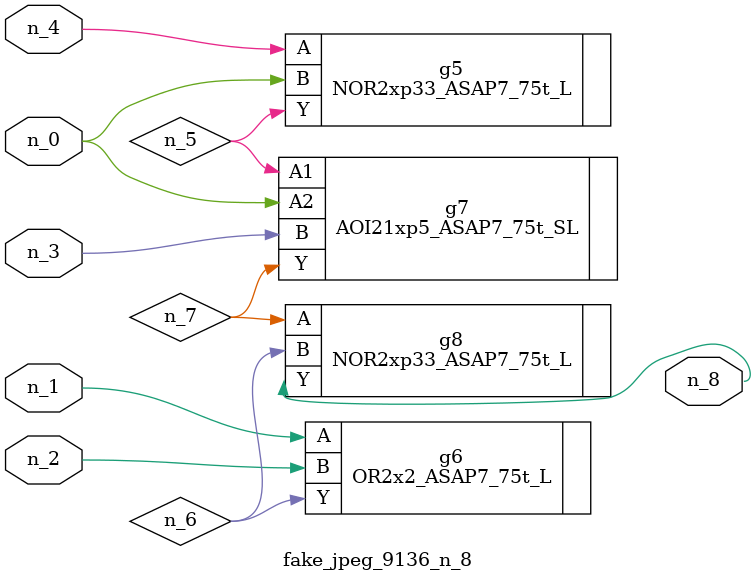
<source format=v>
module fake_jpeg_9136_n_8 (n_3, n_2, n_1, n_0, n_4, n_8);

input n_3;
input n_2;
input n_1;
input n_0;
input n_4;

output n_8;

wire n_6;
wire n_5;
wire n_7;

NOR2xp33_ASAP7_75t_L g5 ( 
.A(n_4),
.B(n_0),
.Y(n_5)
);

OR2x2_ASAP7_75t_L g6 ( 
.A(n_1),
.B(n_2),
.Y(n_6)
);

AOI21xp5_ASAP7_75t_SL g7 ( 
.A1(n_5),
.A2(n_0),
.B(n_3),
.Y(n_7)
);

NOR2xp33_ASAP7_75t_L g8 ( 
.A(n_7),
.B(n_6),
.Y(n_8)
);


endmodule
</source>
